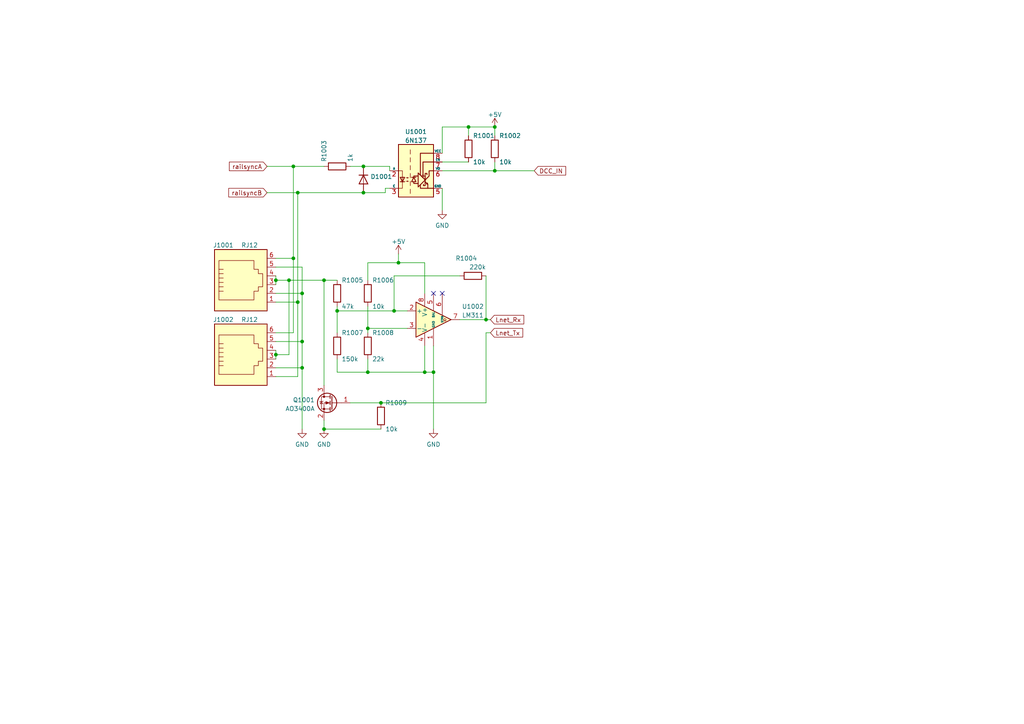
<source format=kicad_sch>
(kicad_sch (version 20211123) (generator eeschema)
  (paper "A4")
  (lib_symbols
    (symbol "Comparator:LM311" (pin_names (offset 0.127))
      (property "Reference" "U" (at 3.81 6.35 0))
      (property "Value" "LM311" (at 3.81 3.81 0))
      (symbol "LM311_0_1"
        (polyline (pts (xy 5.08 0) (xy -5.08 5.08) (xy -5.08 -5.08) (xy 5.08 0)) (stroke (width 0.254)) (fill (type background)))
        (polyline (pts (xy 3.683 -0.381) (xy 3.302 -0.381) (xy 3.683 0) (xy 3.302 0.381) (xy 2.921 0) (xy 3.302 -0.381) (xy 2.921 -0.381)) (stroke (width 0.127)))
      )
      (symbol "LM311_1_1"
        (pin passive line (at 0 -7.62 90) (length 5.08) (name "GND") (number "1"))
        (pin input line (at -7.62 2.54 0) (length 2.54) (name "+") (number "2"))
        (pin input line (at -7.62 -2.54 0) (length 2.54) (name "-") (number "3"))
        (pin power_in line (at -2.54 -7.62 90) (length 3.81) (name "V-") (number "4"))
        (pin input line (at 0 7.62 270) (length 5.08) (name "BAL") (number "5"))
        (pin input line (at 2.54 7.62 270) (length 6.35) (name "STRB") (number "6"))
        (pin open_collector line (at 7.62 0 180) (length 2.54) (name "~") (number "7"))
        (pin power_in line (at -2.54 7.62 270) (length 3.81) (name "V+") (number "8"))
      )
    )
    (symbol "Connector:RJ12" (pin_names (offset 1.016))
      (property "Reference" "J" (at -5.08 11.43 0))
      (property "Value" "RJ12" (at 2.54 11.43 0))
      (symbol "RJ12_0_1"
        (polyline (pts (xy -6.35 -1.905) (xy -5.08 -1.905) (xy -5.08 -1.905)))
        (polyline (pts (xy -6.35 -0.635) (xy -5.08 -0.635) (xy -5.08 -0.635)))
        (polyline (pts (xy -6.35 0.635) (xy -5.08 0.635) (xy -5.08 0.635)))
        (polyline (pts (xy -6.35 1.905) (xy -5.08 1.905) (xy -5.08 1.905)))
        (polyline (pts (xy -6.35 3.175) (xy -5.08 3.175) (xy -5.08 3.175)))
        (polyline (pts (xy -5.08 4.445) (xy -6.35 4.445) (xy -6.35 4.445)))
        (polyline (pts (xy -6.35 -4.445) (xy -6.35 6.985) (xy 3.81 6.985) (xy 3.81 4.445) (xy 5.08 4.445) (xy 5.08 3.175) (xy 6.35 3.175) (xy 6.35 -0.635) (xy 5.08 -0.635) (xy 5.08 -1.905) (xy 3.81 -1.905) (xy 3.81 -4.445) (xy -6.35 -4.445) (xy -6.35 -4.445)))
        (rectangle (start 7.62 10.16) (end -7.62 -7.62) (stroke (width 0.254)) (fill (type background)))
      )
      (symbol "RJ12_1_1"
        (pin passive line (at 10.16 -5.08 180) (length 2.54) (name "~") (number "1"))
        (pin passive line (at 10.16 -2.54 180) (length 2.54) (name "~") (number "2"))
        (pin passive line (at 10.16 0 180) (length 2.54) (name "~") (number "3"))
        (pin passive line (at 10.16 2.54 180) (length 2.54) (name "~") (number "4"))
        (pin passive line (at 10.16 5.08 180) (length 2.54) (name "~") (number "5"))
        (pin passive line (at 10.16 7.62 180) (length 2.54) (name "~") (number "6"))
      )
    )
    (symbol "Device:D" (pin_numbers hide) (pin_names (offset 1.016) hide)
      (property "Reference" "D" (at 0 2.54 0))
      (property "Value" "D" (at 0 -2.54 0))
      (symbol "D_0_1"
        (polyline (pts (xy -1.27 1.27) (xy -1.27 -1.27)) (stroke (width 0.254)))
        (polyline (pts (xy 1.27 0) (xy -1.27 0)))
        (polyline (pts (xy 1.27 1.27) (xy 1.27 -1.27) (xy -1.27 0) (xy 1.27 1.27)) (stroke (width 0.254)))
      )
      (symbol "D_1_1"
        (pin passive line (at -3.81 0 0) (length 2.54) (name "K") (number "1"))
        (pin passive line (at 3.81 0 180) (length 2.54) (name "A") (number "2"))
      )
    )
    (symbol "Device:R" (pin_numbers hide) (pin_names (offset 0))
      (property "Reference" "R" (at 2.032 0 90))
      (property "Value" "R" (at 0 0 90))
      (symbol "R_0_1"
        (rectangle (start -1.016 -2.54) (end 1.016 2.54) (stroke (width 0.254)))
      )
      (symbol "R_1_1"
        (pin passive line (at 0 3.81 270) (length 1.27) (name "~") (number "1"))
        (pin passive line (at 0 -3.81 90) (length 1.27) (name "~") (number "2"))
      )
    )
    (symbol "Isolator:6N137" (pin_names (offset 0))
      (property "Reference" "U" (at -4.064 8.89 0))
      (property "Value" "6N137" (at 0 -8.89 0))
      (symbol "6N137_0_1"
        (polyline (pts (xy 2.667 -3.556) (xy 2.667 -1.651)) (stroke (width 0.254)))
        (polyline (pts (xy 2.667 -2.159) (xy 2.667 -2.921)) (stroke (width 0.254)))
        (polyline (pts (xy 3.429 -3.937) (xy 3.429 -5.08)) (stroke (width 0.254)))
        (polyline (pts (xy -0.635 -3.302) (xy -0.635 -3.683) (xy 0.635 -3.683)) (stroke (width 0.254)))
        (polyline (pts (xy -0.635 -1.905) (xy -0.635 -1.524) (xy 0.508 -1.524)) (stroke (width 0.254)))
        (polyline (pts (xy 1.27 -4.064) (xy 1.27 -5.08) (xy 5.08 -5.08)) (stroke (width 0.254)))
        (polyline (pts (xy 1.27 -1.27) (xy 1.27 5.08) (xy 5.08 5.08)) (stroke (width 0.254)))
        (polyline (pts (xy 2.032 -1.27) (xy 2.032 2.54) (xy 5.08 2.54)) (stroke (width 0.254)))
        (polyline (pts (xy -5.08 -5.08) (xy -3.937 -5.08) (xy -3.937 0) (xy -5.08 0)))
        (polyline (pts (xy 2.667 -3.302) (xy 2.667 -4.318) (xy 2.159 -4.318) (xy 2.159 -3.937)) (stroke (width 0.254)))
        (polyline (pts (xy 2.667 -2.667) (xy 0.635 -4.699) (xy 0.635 -0.635) (xy 2.667 -2.667)) (stroke (width 0.254)))
        (polyline (pts (xy 2.667 -1.778) (xy 2.667 -0.762) (xy 3.175 -0.762) (xy 3.175 -1.143)) (stroke (width 0.254)))
        (polyline (pts (xy 2.794 -2.54) (xy 3.81 -1.524) (xy 3.81 0) (xy 5.08 0)) (stroke (width 0.254)))
        (polyline (pts (xy 2.667 -3.175) (xy 3.429 -3.937) (xy 3.302 -3.556) (xy 3.048 -3.81) (xy 3.429 -3.937)) (stroke (width 0.254)))
        (circle (center 2.032 -1.524) (radius 0.254) (stroke (width 0.254)))
      )
      (symbol "6N137_1_1"
        (rectangle (start -5.08 7.62) (end 5.08 -7.62) (stroke (width 0.254)) (fill (type background)))
        (polyline (pts (xy -4.572 -3.175) (xy -3.302 -3.175)) (stroke (width 0.254)))
        (polyline (pts (xy -1.651 -5.334) (xy -1.651 -6.604)))
        (polyline (pts (xy -1.651 -3.048) (xy -1.651 -4.318)))
        (polyline (pts (xy -1.651 -0.762) (xy -1.651 -2.032)))
        (polyline (pts (xy -1.651 1.524) (xy -1.651 0.254)))
        (polyline (pts (xy -1.651 3.81) (xy -1.651 2.54)))
        (polyline (pts (xy -1.651 6.096) (xy -1.651 4.826)))
        (polyline (pts (xy -1.27 -1.905) (xy 0 -1.905)) (stroke (width 0.254)))
        (polyline (pts (xy -3.937 -3.175) (xy -4.572 -1.905) (xy -3.302 -1.905) (xy -3.937 -3.175)) (stroke (width 0.254)))
        (polyline (pts (xy -0.635 -1.905) (xy -1.27 -3.175) (xy 0 -3.175) (xy -0.635 -1.905)) (stroke (width 0.254)))
        (polyline (pts (xy -2.921 -3.048) (xy -2.159 -3.048) (xy -2.54 -3.175) (xy -2.54 -2.921) (xy -2.159 -3.048)) (stroke (width 0.127)))
        (polyline (pts (xy -2.921 -2.032) (xy -2.159 -2.032) (xy -2.54 -2.159) (xy -2.54 -1.905) (xy -2.159 -2.032)) (stroke (width 0.127)))
        (pin no_connect line (at -5.08 5.08 0) (length 2.54) hide (name "NC") (number "1"))
        (pin passive line (at -7.62 0 0) (length 2.54) (name "A") (number "2"))
        (pin passive line (at -7.62 -5.08 0) (length 2.54) (name "C") (number "3"))
        (pin power_in line (at 7.62 -5.08 180) (length 2.54) (name "GND") (number "5"))
        (pin open_collector line (at 7.62 0 180) (length 2.54) (name "VO") (number "6"))
        (pin input line (at 7.62 2.54 180) (length 2.54) (name "EN") (number "7"))
        (pin power_in line (at 7.62 5.08 180) (length 2.54) (name "VCC") (number "8"))
      )
    )
    (symbol "Transistor_FET:AO3400A" (pin_names hide)
      (property "Reference" "Q" (at 5.08 1.905 0))
      (property "Value" "AO3400A" (at 5.08 0 0))
      (symbol "AO3400A_0_1"
        (polyline (pts (xy 0.254 0) (xy -2.54 0)))
        (polyline (pts (xy 0.254 1.905) (xy 0.254 -1.905)) (stroke (width 0.254)))
        (polyline (pts (xy 0.762 -1.27) (xy 0.762 -2.286)) (stroke (width 0.254)))
        (polyline (pts (xy 0.762 0.508) (xy 0.762 -0.508)) (stroke (width 0.254)))
        (polyline (pts (xy 0.762 2.286) (xy 0.762 1.27)) (stroke (width 0.254)))
        (polyline (pts (xy 2.54 2.54) (xy 2.54 1.778)))
        (polyline (pts (xy 2.54 -2.54) (xy 2.54 0) (xy 0.762 0)))
        (polyline (pts (xy 0.762 -1.778) (xy 3.302 -1.778) (xy 3.302 1.778) (xy 0.762 1.778)))
        (polyline (pts (xy 1.016 0) (xy 2.032 0.381) (xy 2.032 -0.381) (xy 1.016 0)) (fill (type outline)))
        (polyline (pts (xy 2.794 0.508) (xy 2.921 0.381) (xy 3.683 0.381) (xy 3.81 0.254)))
        (polyline (pts (xy 3.302 0.381) (xy 2.921 -0.254) (xy 3.683 -0.254) (xy 3.302 0.381)))
        (circle (center 1.651 0) (radius 2.794) (stroke (width 0.254)))
        (circle (center 2.54 -1.778) (radius 0.254) (fill (type outline)))
        (circle (center 2.54 1.778) (radius 0.254) (fill (type outline)))
      )
      (symbol "AO3400A_1_1"
        (pin input line (at -5.08 0 0) (length 2.54) (name "G") (number "1"))
        (pin passive line (at 2.54 -5.08 90) (length 2.54) (name "S") (number "2"))
        (pin passive line (at 2.54 5.08 270) (length 2.54) (name "D") (number "3"))
      )
    )
    (symbol "power:+5V" (power) (pin_names (offset 0))
      (property "Value" "+5V" (at 0 3.556 0))
      (symbol "+5V_0_1"
        (polyline (pts (xy -0.762 1.27) (xy 0 2.54)))
        (polyline (pts (xy 0 0) (xy 0 2.54)))
        (polyline (pts (xy 0 2.54) (xy 0.762 1.27)))
      )
      (symbol "+5V_1_1"
        (pin power_in line (at 0 0 90) (length 0) hide (name "+5V") (number "1"))
      )
    )
    (symbol "power:GND" (power) (pin_names (offset 0))
      (property "Value" "GND" (at 0 -3.81 0))
      (symbol "GND_0_1"
        (polyline (pts (xy 0 0) (xy 0 -1.27) (xy 1.27 -1.27) (xy 0 -2.54) (xy -1.27 -1.27) (xy 0 -1.27)))
      )
      (symbol "GND_1_1"
        (pin power_in line (at 0 0 270) (length 0) hide (name "GND") (number "1"))
      )
    )
  )
  (junction (at 105.41 48.26))
  (junction (at 87.63 85.09))
  (junction (at 123.19 107.95))
  (junction (at 115.57 76.2))
  (junction (at 140.97 92.71))
  (junction (at 105.41 55.88))
  (junction (at 93.98 124.46))
  (junction (at 143.51 49.53))
  (junction (at 80.01 102.87))
  (junction (at 114.3 90.17))
  (junction (at 86.36 87.63))
  (junction (at 86.36 55.88))
  (junction (at 135.89 36.83))
  (junction (at 106.68 107.95))
  (junction (at 85.09 48.26))
  (junction (at 87.63 106.68))
  (junction (at 85.09 74.93))
  (junction (at 83.82 81.28))
  (junction (at 87.63 99.06))
  (junction (at 143.51 36.83))
  (junction (at 106.68 95.25))
  (junction (at 125.73 107.95))
  (junction (at 110.49 116.84))
  (junction (at 93.98 81.28))
  (junction (at 80.01 81.28))
  (junction (at 97.79 90.17))
  (no_connect (at 128.27 85.09))
  (no_connect (at 125.73 85.09))
  (wire (pts (xy 80.01 106.68) (xy 87.63 106.68)))
  (wire (pts (xy 86.36 55.88) (xy 105.41 55.88)))
  (wire (pts (xy 97.79 107.95) (xy 106.68 107.95)))
  (wire (pts (xy 97.79 90.17) (xy 114.3 90.17)))
  (wire (pts (xy 135.89 36.83) (xy 143.51 36.83)))
  (wire (pts (xy 111.76 54.61) (xy 111.76 55.88)))
  (wire (pts (xy 105.41 55.88) (xy 111.76 55.88)))
  (wire (pts (xy 87.63 85.09) (xy 87.63 77.47)))
  (wire (pts (xy 115.57 76.2) (xy 115.57 73.66)))
  (wire (pts (xy 106.68 95.25) (xy 106.68 96.52)))
  (wire (pts (xy 106.68 107.95) (xy 123.19 107.95)))
  (wire (pts (xy 106.68 76.2) (xy 106.68 81.28)))
  (wire (pts (xy 143.51 49.53) (xy 154.94 49.53)))
  (wire (pts (xy 80.01 102.87) (xy 83.82 102.87)))
  (wire (pts (xy 123.19 85.09) (xy 123.19 76.2)))
  (wire (pts (xy 118.11 90.17) (xy 114.3 90.17)))
  (wire (pts (xy 93.98 81.28) (xy 97.79 81.28)))
  (wire (pts (xy 123.19 107.95) (xy 123.19 100.33)))
  (wire (pts (xy 128.27 36.83) (xy 135.89 36.83)))
  (wire (pts (xy 97.79 88.9) (xy 97.79 90.17)))
  (wire (pts (xy 114.3 90.17) (xy 114.3 80.01)))
  (wire (pts (xy 80.01 81.28) (xy 80.01 82.55)))
  (wire (pts (xy 140.97 92.71) (xy 133.35 92.71)))
  (wire (pts (xy 93.98 81.28) (xy 93.98 111.76)))
  (wire (pts (xy 114.3 80.01) (xy 133.35 80.01)))
  (wire (pts (xy 128.27 49.53) (xy 143.51 49.53)))
  (wire (pts (xy 87.63 85.09) (xy 87.63 99.06)))
  (wire (pts (xy 128.27 54.61) (xy 128.27 60.96)))
  (wire (pts (xy 83.82 81.28) (xy 93.98 81.28)))
  (wire (pts (xy 140.97 96.52) (xy 140.97 116.84)))
  (wire (pts (xy 80.01 87.63) (xy 86.36 87.63)))
  (wire (pts (xy 87.63 106.68) (xy 87.63 124.46)))
  (wire (pts (xy 77.47 55.88) (xy 86.36 55.88)))
  (wire (pts (xy 85.09 48.26) (xy 93.98 48.26)))
  (wire (pts (xy 143.51 36.83) (xy 143.51 39.37)))
  (wire (pts (xy 85.09 48.26) (xy 85.09 74.93)))
  (wire (pts (xy 140.97 92.71) (xy 142.24 92.71)))
  (wire (pts (xy 93.98 124.46) (xy 110.49 124.46)))
  (wire (pts (xy 80.01 102.87) (xy 80.01 104.14)))
  (wire (pts (xy 106.68 76.2) (xy 115.57 76.2)))
  (wire (pts (xy 125.73 124.46) (xy 125.73 107.95)))
  (wire (pts (xy 80.01 85.09) (xy 87.63 85.09)))
  (wire (pts (xy 106.68 88.9) (xy 106.68 95.25)))
  (wire (pts (xy 113.03 49.53) (xy 113.03 48.26)))
  (wire (pts (xy 110.49 116.84) (xy 140.97 116.84)))
  (wire (pts (xy 87.63 106.68) (xy 87.63 99.06)))
  (wire (pts (xy 135.89 36.83) (xy 135.89 39.37)))
  (wire (pts (xy 80.01 101.6) (xy 80.01 102.87)))
  (wire (pts (xy 123.19 107.95) (xy 125.73 107.95)))
  (wire (pts (xy 123.19 76.2) (xy 115.57 76.2)))
  (wire (pts (xy 80.01 80.01) (xy 80.01 81.28)))
  (wire (pts (xy 80.01 74.93) (xy 85.09 74.93)))
  (wire (pts (xy 106.68 107.95) (xy 106.68 104.14)))
  (wire (pts (xy 77.47 48.26) (xy 85.09 48.26)))
  (wire (pts (xy 128.27 44.45) (xy 128.27 36.83)))
  (wire (pts (xy 125.73 107.95) (xy 125.73 100.33)))
  (wire (pts (xy 140.97 80.01) (xy 140.97 92.71)))
  (wire (pts (xy 143.51 49.53) (xy 143.51 46.99)))
  (wire (pts (xy 101.6 48.26) (xy 105.41 48.26)))
  (wire (pts (xy 83.82 81.28) (xy 83.82 102.87)))
  (wire (pts (xy 80.01 81.28) (xy 83.82 81.28)))
  (wire (pts (xy 142.24 96.52) (xy 140.97 96.52)))
  (wire (pts (xy 86.36 55.88) (xy 86.36 87.63)))
  (wire (pts (xy 80.01 109.22) (xy 86.36 109.22)))
  (wire (pts (xy 128.27 46.99) (xy 135.89 46.99)))
  (wire (pts (xy 106.68 95.25) (xy 118.11 95.25)))
  (wire (pts (xy 80.01 96.52) (xy 85.09 96.52)))
  (wire (pts (xy 113.03 54.61) (xy 111.76 54.61)))
  (wire (pts (xy 86.36 87.63) (xy 86.36 109.22)))
  (wire (pts (xy 85.09 74.93) (xy 85.09 96.52)))
  (wire (pts (xy 80.01 99.06) (xy 87.63 99.06)))
  (wire (pts (xy 97.79 90.17) (xy 97.79 96.52)))
  (wire (pts (xy 97.79 104.14) (xy 97.79 107.95)))
  (wire (pts (xy 93.98 121.92) (xy 93.98 124.46)))
  (wire (pts (xy 101.6 116.84) (xy 110.49 116.84)))
  (wire (pts (xy 105.41 48.26) (xy 113.03 48.26)))
  (wire (pts (xy 87.63 77.47) (xy 80.01 77.47)))
  (global_label "railsyncA" (shape input) (at 77.47 48.26 180) (property "Intersheet References" "${INTERSHEET_REFS}" (effects hide)))
  (global_label "Lnet_Tx" (shape input) (at 142.24 96.52 0) (property "Intersheet References" "${INTERSHEET_REFS}" (effects hide)))
  (global_label "Lnet_Rx" (shape input) (at 142.24 92.71 0) (property "Intersheet References" "${INTERSHEET_REFS}" (effects hide)))
  (global_label "DCC_IN" (shape input) (at 154.94 49.53 0) (property "Intersheet References" "${INTERSHEET_REFS}" (effects hide)))
  (global_label "railsyncB" (shape input) (at 77.47 55.88 180) (property "Intersheet References" "${INTERSHEET_REFS}" (effects hide)))
  (symbol (lib_id "Device:R") (at 135.89 43.18 0) (unit 1)
    (property "Reference" "R1001" (at 137.16 39.37 0) (effects (justify left)))
    (property "Value" "10k" (at 137.16 46.99 0) (effects (justify left)))
    (property "Footprint" "Resistor_SMD:R_0805_2012Metric_Pad1.20x1.40mm_HandSolder" (effects hide))
    (property "JLCPCB Part#" "C17414" (effects hide))
  )
  (symbol (lib_id "power:GND") (at 93.98 124.46 0) (unit 1)
    (property "Reference" "#PWR01005" (effects hide))
    (property "Value" "GND" (at 93.98 128.9034 0))
  )
  (symbol (lib_id "power:GND") (at 87.63 124.46 0) (unit 1)
    (property "Reference" "#PWR01004" (effects hide))
    (property "Value" "GND" (at 87.63 128.9034 0))
  )
  (symbol (lib_id "power:+5V") (at 115.57 73.66 0) (unit 1)
    (property "Reference" "#PWR01003" (effects hide))
    (property "Value" "+5V" (at 115.57 70.0842 0))
  )
  (symbol (lib_id "Device:R") (at 97.79 85.09 180) (unit 1)
    (property "Reference" "R1005" (at 99.06 81.28 0) (effects (justify right)))
    (property "Value" "47k" (at 99.06 88.9 0) (effects (justify right)))
    (property "Footprint" "Resistor_SMD:R_0805_2012Metric_Pad1.20x1.40mm_HandSolder" (effects hide))
    (property "JLCPCB Part#" "C17713" (effects hide))
  )
  (symbol (lib_id "Device:R") (at 137.16 80.01 270) (unit 1)
    (property "Reference" "R1004" (at 138.43 74.93 90) (effects (justify right)))
    (property "Value" "220k" (at 140.97 77.47 90) (effects (justify right)))
    (property "Footprint" "Resistor_SMD:R_0805_2012Metric_Pad1.20x1.40mm_HandSolder" (effects hide))
    (property "JLCPCB Part#" "C17556" (effects hide))
  )
  (symbol (lib_id "Device:R") (at 143.51 43.18 0) (unit 1)
    (property "Reference" "R1002" (at 144.78 39.37 0) (effects (justify left)))
    (property "Value" "10k" (at 144.78 46.99 0) (effects (justify left)))
    (property "Footprint" "Resistor_SMD:R_0805_2012Metric_Pad1.20x1.40mm_HandSolder" (effects hide))
    (property "JLCPCB Part#" "C17414" (effects hide))
  )
  (symbol (lib_id "Comparator:LM311") (at 125.73 92.71 0) (unit 1)
    (property "Reference" "U1002" (at 137.16 88.9 0))
    (property "Value" "LM311" (at 137.16 91.44 0))
    (property "Footprint" "Package_SO:SOP-8_3.9x4.9mm_P1.27mm" (effects hide))
    (property "Datasheet" "https://www.st.com/resource/en/datasheet/lm311.pdf" (effects hide))
    (property "JLCPCB Part#" "C434495" (effects hide))
  )
  (symbol (lib_id "Device:R") (at 110.49 120.65 0) (unit 1)
    (property "Reference" "R1009" (at 111.76 116.84 0) (effects (justify left)))
    (property "Value" "10k" (at 111.76 124.46 0) (effects (justify left)))
    (property "Footprint" "Resistor_SMD:R_0805_2012Metric_Pad1.20x1.40mm_HandSolder" (effects hide))
    (property "JLCPCB Part#" "C17414" (effects hide))
  )
  (symbol (lib_id "Device:R") (at 97.79 100.33 180) (unit 1)
    (property "Reference" "R1007" (at 99.06 96.52 0) (effects (justify right)))
    (property "Value" "150k" (at 99.06 104.14 0) (effects (justify right)))
    (property "Footprint" "Resistor_SMD:R_0805_2012Metric_Pad1.20x1.40mm_HandSolder" (effects hide))
    (property "JLCPCB Part#" "C17470" (effects hide))
  )
  (symbol (lib_id "Transistor_FET:AO3400A") (at 96.52 116.84 0) (mirror y) (unit 1)
    (property "Reference" "Q1001" (at 91.3131 116.0053 0) (effects (justify left)))
    (property "Value" "AO3400A" (at 91.3131 118.5422 0) (effects (justify left)))
    (property "Footprint" "Package_TO_SOT_SMD:SOT-23" (effects hide))
    (property "Datasheet" "http://www.aosmd.com/pdfs/datasheet/AO3400A.pdf" (effects hide))
    (property "JLCPCB Part#" "C20917" (effects hide))
  )
  (symbol (lib_id "Connector:RJ12") (at 69.85 82.55 0) (unit 1)
    (property "Reference" "J1001" (at 64.77 71.12 0))
    (property "Value" "RJ12" (at 72.39 71.12 0))
    (property "Footprint" "Connector_RJ:RJ25_Wayconn_MJEA-660X1_Horizontal" (effects hide))
    (property "JLCPCB Part#" "C77859" (effects hide))
  )
  (symbol (lib_id "power:GND") (at 128.27 60.96 0) (unit 1)
    (property "Reference" "#PWR01002" (effects hide))
    (property "Value" "GND" (at 128.27 65.4034 0))
  )
  (symbol (lib_id "power:+5V") (at 143.51 36.83 0) (unit 1)
    (property "Reference" "#PWR01001" (effects hide))
    (property "Value" "+5V" (at 143.51 33.2542 0))
  )
  (symbol (lib_id "Device:R") (at 106.68 100.33 0) (unit 1)
    (property "Reference" "R1008" (at 107.95 96.52 0) (effects (justify left)))
    (property "Value" "22k" (at 107.95 104.14 0) (effects (justify left)))
    (property "Footprint" "Resistor_SMD:R_0805_2012Metric_Pad1.20x1.40mm_HandSolder" (effects hide))
    (property "JLCPCB Part#" "C17560" (effects hide))
  )
  (symbol (lib_id "Device:D") (at 105.41 52.07 270) (unit 1)
    (property "Reference" "D1001" (at 107.442 51.2353 90) (effects (justify left)))
    (property "JLCPCB Part#" "C64898" (effects hide))
  )
  (symbol (lib_id "Connector:RJ12") (at 69.85 104.14 0) (unit 1)
    (property "Reference" "J1002" (at 64.77 92.71 0))
    (property "Value" "RJ12" (at 72.39 92.71 0))
    (property "Footprint" "Connector_RJ:RJ25_Wayconn_MJEA-660X1_Horizontal" (effects hide))
    (property "JLCPCB Part#" "C77859" (effects hide))
  )
  (symbol (lib_id "Device:R") (at 106.68 85.09 0) (unit 1)
    (property "Reference" "R1006" (at 107.95 81.28 0) (effects (justify left)))
    (property "Value" "10k" (at 107.95 88.9 0) (effects (justify left)))
    (property "Footprint" "Resistor_SMD:R_0805_2012Metric_Pad1.20x1.40mm_HandSolder" (effects hide))
    (property "JLCPCB Part#" "C17414" (effects hide))
  )
  (symbol (lib_id "power:GND") (at 125.73 124.46 0) (unit 1)
    (property "Reference" "#PWR01006" (effects hide))
    (property "Value" "GND" (at 125.73 128.9034 0))
  )
  (symbol (lib_id "Device:R") (at 97.79 48.26 90) (unit 1)
    (property "Reference" "R1003" (at 93.98 46.99 0) (effects (justify left)))
    (property "Value" "1k" (at 101.6 46.99 0) (effects (justify left)))
    (property "Footprint" "Resistor_SMD:R_0805_2012Metric_Pad1.20x1.40mm_HandSolder" (effects hide))
    (property "JLCPCB Part#" "C17513" (effects hide))
  )
  (symbol (lib_id "Isolator:6N137") (at 120.65 49.53 0) (unit 1)
    (property "Reference" "U1001" (at 120.65 38.2102 0))
    (property "Value" "6N137" (at 120.65 40.7471 0))
    (property "Footprint" "Package_SO:SOP-8_6.62x9.15mm_P2.54mm" (effects hide))
    (property "Datasheet" "https://datasheet.lcsc.com/szlcsc/1908282202_Everlight-Elec-6N137S1-TA_C110020.pdf" (effects hide))
    (property "JLCPCB Part#" "C110020" (effects hide))
  )
)
</source>
